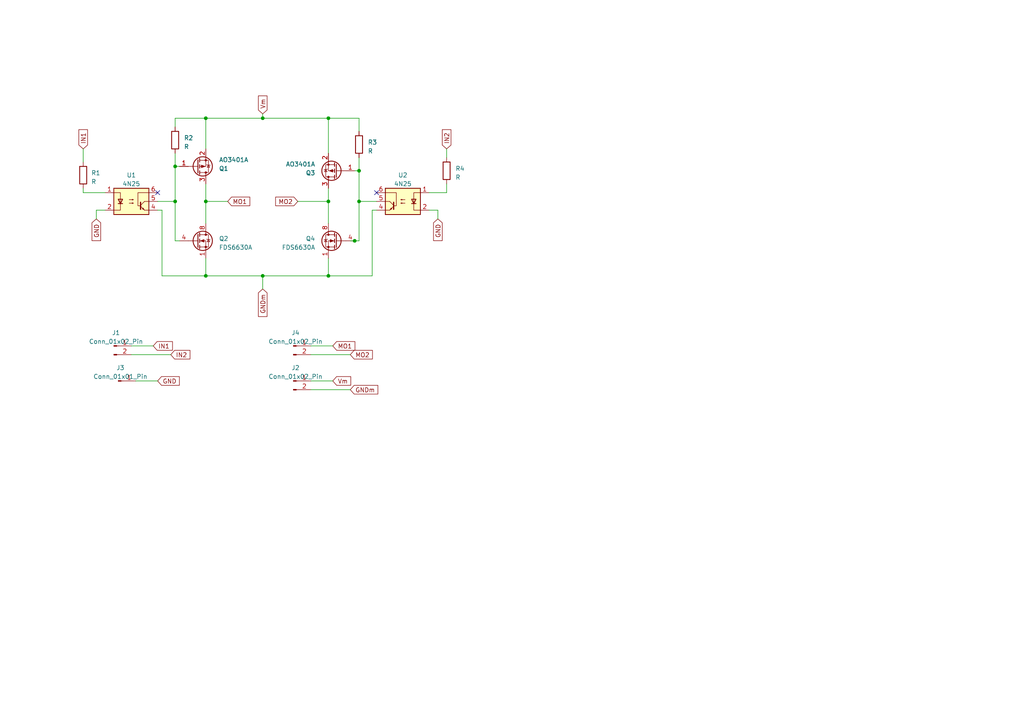
<source format=kicad_sch>
(kicad_sch (version 20230121) (generator eeschema)

  (uuid 78941166-fd89-4480-a364-036e516d72c0)

  (paper "A4")

  (lib_symbols
    (symbol "Connector:Conn_01x01_Pin" (pin_names (offset 1.016) hide) (in_bom yes) (on_board yes)
      (property "Reference" "J" (at 0 2.54 0)
        (effects (font (size 1.27 1.27)))
      )
      (property "Value" "Conn_01x01_Pin" (at 0 -2.54 0)
        (effects (font (size 1.27 1.27)))
      )
      (property "Footprint" "" (at 0 0 0)
        (effects (font (size 1.27 1.27)) hide)
      )
      (property "Datasheet" "~" (at 0 0 0)
        (effects (font (size 1.27 1.27)) hide)
      )
      (property "ki_locked" "" (at 0 0 0)
        (effects (font (size 1.27 1.27)))
      )
      (property "ki_keywords" "connector" (at 0 0 0)
        (effects (font (size 1.27 1.27)) hide)
      )
      (property "ki_description" "Generic connector, single row, 01x01, script generated" (at 0 0 0)
        (effects (font (size 1.27 1.27)) hide)
      )
      (property "ki_fp_filters" "Connector*:*_1x??_*" (at 0 0 0)
        (effects (font (size 1.27 1.27)) hide)
      )
      (symbol "Conn_01x01_Pin_1_1"
        (polyline
          (pts
            (xy 1.27 0)
            (xy 0.8636 0)
          )
          (stroke (width 0.1524) (type default))
          (fill (type none))
        )
        (rectangle (start 0.8636 0.127) (end 0 -0.127)
          (stroke (width 0.1524) (type default))
          (fill (type outline))
        )
        (pin passive line (at 5.08 0 180) (length 3.81)
          (name "Pin_1" (effects (font (size 1.27 1.27))))
          (number "1" (effects (font (size 1.27 1.27))))
        )
      )
    )
    (symbol "Connector:Conn_01x02_Pin" (pin_names (offset 1.016) hide) (in_bom yes) (on_board yes)
      (property "Reference" "J" (at 0 2.54 0)
        (effects (font (size 1.27 1.27)))
      )
      (property "Value" "Conn_01x02_Pin" (at 0 -5.08 0)
        (effects (font (size 1.27 1.27)))
      )
      (property "Footprint" "" (at 0 0 0)
        (effects (font (size 1.27 1.27)) hide)
      )
      (property "Datasheet" "~" (at 0 0 0)
        (effects (font (size 1.27 1.27)) hide)
      )
      (property "ki_locked" "" (at 0 0 0)
        (effects (font (size 1.27 1.27)))
      )
      (property "ki_keywords" "connector" (at 0 0 0)
        (effects (font (size 1.27 1.27)) hide)
      )
      (property "ki_description" "Generic connector, single row, 01x02, script generated" (at 0 0 0)
        (effects (font (size 1.27 1.27)) hide)
      )
      (property "ki_fp_filters" "Connector*:*_1x??_*" (at 0 0 0)
        (effects (font (size 1.27 1.27)) hide)
      )
      (symbol "Conn_01x02_Pin_1_1"
        (polyline
          (pts
            (xy 1.27 -2.54)
            (xy 0.8636 -2.54)
          )
          (stroke (width 0.1524) (type default))
          (fill (type none))
        )
        (polyline
          (pts
            (xy 1.27 0)
            (xy 0.8636 0)
          )
          (stroke (width 0.1524) (type default))
          (fill (type none))
        )
        (rectangle (start 0.8636 -2.413) (end 0 -2.667)
          (stroke (width 0.1524) (type default))
          (fill (type outline))
        )
        (rectangle (start 0.8636 0.127) (end 0 -0.127)
          (stroke (width 0.1524) (type default))
          (fill (type outline))
        )
        (pin passive line (at 5.08 0 180) (length 3.81)
          (name "Pin_1" (effects (font (size 1.27 1.27))))
          (number "1" (effects (font (size 1.27 1.27))))
        )
        (pin passive line (at 5.08 -2.54 180) (length 3.81)
          (name "Pin_2" (effects (font (size 1.27 1.27))))
          (number "2" (effects (font (size 1.27 1.27))))
        )
      )
    )
    (symbol "Device:R" (pin_numbers hide) (pin_names (offset 0)) (in_bom yes) (on_board yes)
      (property "Reference" "R" (at 2.032 0 90)
        (effects (font (size 1.27 1.27)))
      )
      (property "Value" "R" (at 0 0 90)
        (effects (font (size 1.27 1.27)))
      )
      (property "Footprint" "" (at -1.778 0 90)
        (effects (font (size 1.27 1.27)) hide)
      )
      (property "Datasheet" "~" (at 0 0 0)
        (effects (font (size 1.27 1.27)) hide)
      )
      (property "ki_keywords" "R res resistor" (at 0 0 0)
        (effects (font (size 1.27 1.27)) hide)
      )
      (property "ki_description" "Resistor" (at 0 0 0)
        (effects (font (size 1.27 1.27)) hide)
      )
      (property "ki_fp_filters" "R_*" (at 0 0 0)
        (effects (font (size 1.27 1.27)) hide)
      )
      (symbol "R_0_1"
        (rectangle (start -1.016 -2.54) (end 1.016 2.54)
          (stroke (width 0.254) (type default))
          (fill (type none))
        )
      )
      (symbol "R_1_1"
        (pin passive line (at 0 3.81 270) (length 1.27)
          (name "~" (effects (font (size 1.27 1.27))))
          (number "1" (effects (font (size 1.27 1.27))))
        )
        (pin passive line (at 0 -3.81 90) (length 1.27)
          (name "~" (effects (font (size 1.27 1.27))))
          (number "2" (effects (font (size 1.27 1.27))))
        )
      )
    )
    (symbol "Isolator:4N25" (pin_names (offset 1.016)) (in_bom yes) (on_board yes)
      (property "Reference" "U" (at -5.08 5.08 0)
        (effects (font (size 1.27 1.27)) (justify left))
      )
      (property "Value" "4N25" (at 0 5.08 0)
        (effects (font (size 1.27 1.27)) (justify left))
      )
      (property "Footprint" "Package_DIP:DIP-6_W7.62mm" (at -5.08 -5.08 0)
        (effects (font (size 1.27 1.27) italic) (justify left) hide)
      )
      (property "Datasheet" "https://www.vishay.com/docs/83725/4n25.pdf" (at 0 0 0)
        (effects (font (size 1.27 1.27)) (justify left) hide)
      )
      (property "ki_keywords" "NPN DC Optocoupler Base Connected" (at 0 0 0)
        (effects (font (size 1.27 1.27)) hide)
      )
      (property "ki_description" "DC Optocoupler Base Connected, Vce 30V, CTR 20%, Viso 2500V, DIP6" (at 0 0 0)
        (effects (font (size 1.27 1.27)) hide)
      )
      (property "ki_fp_filters" "DIP*W7.62mm*" (at 0 0 0)
        (effects (font (size 1.27 1.27)) hide)
      )
      (symbol "4N25_0_1"
        (rectangle (start -5.08 3.81) (end 5.08 -3.81)
          (stroke (width 0.254) (type default))
          (fill (type background))
        )
        (polyline
          (pts
            (xy -3.81 -0.635)
            (xy -2.54 -0.635)
          )
          (stroke (width 0.254) (type default))
          (fill (type none))
        )
        (polyline
          (pts
            (xy 2.667 -1.397)
            (xy 3.81 -2.54)
          )
          (stroke (width 0) (type default))
          (fill (type none))
        )
        (polyline
          (pts
            (xy 2.667 -1.143)
            (xy 3.81 0)
          )
          (stroke (width 0) (type default))
          (fill (type none))
        )
        (polyline
          (pts
            (xy 3.81 -2.54)
            (xy 5.08 -2.54)
          )
          (stroke (width 0) (type default))
          (fill (type none))
        )
        (polyline
          (pts
            (xy 3.81 0)
            (xy 5.08 0)
          )
          (stroke (width 0) (type default))
          (fill (type none))
        )
        (polyline
          (pts
            (xy 2.667 -0.254)
            (xy 2.667 -2.286)
            (xy 2.667 -2.286)
          )
          (stroke (width 0.3556) (type default))
          (fill (type none))
        )
        (polyline
          (pts
            (xy -5.08 -2.54)
            (xy -3.175 -2.54)
            (xy -3.175 2.54)
            (xy -5.08 2.54)
          )
          (stroke (width 0) (type default))
          (fill (type none))
        )
        (polyline
          (pts
            (xy -3.175 -0.635)
            (xy -3.81 0.635)
            (xy -2.54 0.635)
            (xy -3.175 -0.635)
          )
          (stroke (width 0.254) (type default))
          (fill (type none))
        )
        (polyline
          (pts
            (xy 3.683 -2.413)
            (xy 3.429 -1.905)
            (xy 3.175 -2.159)
            (xy 3.683 -2.413)
          )
          (stroke (width 0) (type default))
          (fill (type none))
        )
        (polyline
          (pts
            (xy 5.08 2.54)
            (xy 1.905 2.54)
            (xy 1.905 -1.27)
            (xy 2.54 -1.27)
          )
          (stroke (width 0) (type default))
          (fill (type none))
        )
        (polyline
          (pts
            (xy -0.635 -0.508)
            (xy 0.635 -0.508)
            (xy 0.254 -0.635)
            (xy 0.254 -0.381)
            (xy 0.635 -0.508)
          )
          (stroke (width 0) (type default))
          (fill (type none))
        )
        (polyline
          (pts
            (xy -0.635 0.508)
            (xy 0.635 0.508)
            (xy 0.254 0.381)
            (xy 0.254 0.635)
            (xy 0.635 0.508)
          )
          (stroke (width 0) (type default))
          (fill (type none))
        )
      )
      (symbol "4N25_1_1"
        (pin passive line (at -7.62 2.54 0) (length 2.54)
          (name "~" (effects (font (size 1.27 1.27))))
          (number "1" (effects (font (size 1.27 1.27))))
        )
        (pin passive line (at -7.62 -2.54 0) (length 2.54)
          (name "~" (effects (font (size 1.27 1.27))))
          (number "2" (effects (font (size 1.27 1.27))))
        )
        (pin no_connect line (at -5.08 0 0) (length 2.54) hide
          (name "NC" (effects (font (size 1.27 1.27))))
          (number "3" (effects (font (size 1.27 1.27))))
        )
        (pin passive line (at 7.62 -2.54 180) (length 2.54)
          (name "~" (effects (font (size 1.27 1.27))))
          (number "4" (effects (font (size 1.27 1.27))))
        )
        (pin passive line (at 7.62 0 180) (length 2.54)
          (name "~" (effects (font (size 1.27 1.27))))
          (number "5" (effects (font (size 1.27 1.27))))
        )
        (pin passive line (at 7.62 2.54 180) (length 2.54)
          (name "~" (effects (font (size 1.27 1.27))))
          (number "6" (effects (font (size 1.27 1.27))))
        )
      )
    )
    (symbol "Transistor_FET:AO3401A" (pin_names hide) (in_bom yes) (on_board yes)
      (property "Reference" "Q" (at 5.08 1.905 0)
        (effects (font (size 1.27 1.27)) (justify left))
      )
      (property "Value" "AO3401A" (at 5.08 0 0)
        (effects (font (size 1.27 1.27)) (justify left))
      )
      (property "Footprint" "Package_TO_SOT_SMD:SOT-23" (at 5.08 -1.905 0)
        (effects (font (size 1.27 1.27) italic) (justify left) hide)
      )
      (property "Datasheet" "http://www.aosmd.com/pdfs/datasheet/AO3401A.pdf" (at 0 0 0)
        (effects (font (size 1.27 1.27)) (justify left) hide)
      )
      (property "ki_keywords" "P-Channel MOSFET" (at 0 0 0)
        (effects (font (size 1.27 1.27)) hide)
      )
      (property "ki_description" "-4.0A Id, -30V Vds, P-Channel MOSFET, SOT-23" (at 0 0 0)
        (effects (font (size 1.27 1.27)) hide)
      )
      (property "ki_fp_filters" "SOT?23*" (at 0 0 0)
        (effects (font (size 1.27 1.27)) hide)
      )
      (symbol "AO3401A_0_1"
        (polyline
          (pts
            (xy 0.254 0)
            (xy -2.54 0)
          )
          (stroke (width 0) (type default))
          (fill (type none))
        )
        (polyline
          (pts
            (xy 0.254 1.905)
            (xy 0.254 -1.905)
          )
          (stroke (width 0.254) (type default))
          (fill (type none))
        )
        (polyline
          (pts
            (xy 0.762 -1.27)
            (xy 0.762 -2.286)
          )
          (stroke (width 0.254) (type default))
          (fill (type none))
        )
        (polyline
          (pts
            (xy 0.762 0.508)
            (xy 0.762 -0.508)
          )
          (stroke (width 0.254) (type default))
          (fill (type none))
        )
        (polyline
          (pts
            (xy 0.762 2.286)
            (xy 0.762 1.27)
          )
          (stroke (width 0.254) (type default))
          (fill (type none))
        )
        (polyline
          (pts
            (xy 2.54 2.54)
            (xy 2.54 1.778)
          )
          (stroke (width 0) (type default))
          (fill (type none))
        )
        (polyline
          (pts
            (xy 2.54 -2.54)
            (xy 2.54 0)
            (xy 0.762 0)
          )
          (stroke (width 0) (type default))
          (fill (type none))
        )
        (polyline
          (pts
            (xy 0.762 1.778)
            (xy 3.302 1.778)
            (xy 3.302 -1.778)
            (xy 0.762 -1.778)
          )
          (stroke (width 0) (type default))
          (fill (type none))
        )
        (polyline
          (pts
            (xy 2.286 0)
            (xy 1.27 0.381)
            (xy 1.27 -0.381)
            (xy 2.286 0)
          )
          (stroke (width 0) (type default))
          (fill (type outline))
        )
        (polyline
          (pts
            (xy 2.794 -0.508)
            (xy 2.921 -0.381)
            (xy 3.683 -0.381)
            (xy 3.81 -0.254)
          )
          (stroke (width 0) (type default))
          (fill (type none))
        )
        (polyline
          (pts
            (xy 3.302 -0.381)
            (xy 2.921 0.254)
            (xy 3.683 0.254)
            (xy 3.302 -0.381)
          )
          (stroke (width 0) (type default))
          (fill (type none))
        )
        (circle (center 1.651 0) (radius 2.794)
          (stroke (width 0.254) (type default))
          (fill (type none))
        )
        (circle (center 2.54 -1.778) (radius 0.254)
          (stroke (width 0) (type default))
          (fill (type outline))
        )
        (circle (center 2.54 1.778) (radius 0.254)
          (stroke (width 0) (type default))
          (fill (type outline))
        )
      )
      (symbol "AO3401A_1_1"
        (pin input line (at -5.08 0 0) (length 2.54)
          (name "G" (effects (font (size 1.27 1.27))))
          (number "1" (effects (font (size 1.27 1.27))))
        )
        (pin passive line (at 2.54 -5.08 90) (length 2.54)
          (name "S" (effects (font (size 1.27 1.27))))
          (number "2" (effects (font (size 1.27 1.27))))
        )
        (pin passive line (at 2.54 5.08 270) (length 2.54)
          (name "D" (effects (font (size 1.27 1.27))))
          (number "3" (effects (font (size 1.27 1.27))))
        )
      )
    )
    (symbol "Transistor_FET:FDS6630A" (pin_names hide) (in_bom yes) (on_board yes)
      (property "Reference" "Q" (at 5.08 2.54 0)
        (effects (font (size 1.27 1.27)) (justify left))
      )
      (property "Value" "FDS6630A" (at 5.08 0 0)
        (effects (font (size 1.27 1.27)) (justify left))
      )
      (property "Footprint" "Package_SO:SOIC-8_3.9x4.9mm_P1.27mm" (at 5.08 -2.54 0)
        (effects (font (size 1.27 1.27)) (justify left) hide)
      )
      (property "Datasheet" "http://www.onsemi.com/pub/Collateral/FDS6630A-D.pdf" (at 0 0 0)
        (effects (font (size 1.27 1.27)) (justify left) hide)
      )
      (property "ki_keywords" "N-Channel MOSFET" (at 0 0 0)
        (effects (font (size 1.27 1.27)) hide)
      )
      (property "ki_description" "6.5A Id, 30V Vds, N-Channel MOSFET, 38mOhm Ron, SOIC-8" (at 0 0 0)
        (effects (font (size 1.27 1.27)) hide)
      )
      (property "ki_fp_filters" "SOIC*3.9x4.9mm*P1.27mm*" (at 0 0 0)
        (effects (font (size 1.27 1.27)) hide)
      )
      (symbol "FDS6630A_0_1"
        (polyline
          (pts
            (xy 0.254 0)
            (xy -2.54 0)
          )
          (stroke (width 0) (type default))
          (fill (type none))
        )
        (polyline
          (pts
            (xy 0.254 1.905)
            (xy 0.254 -1.905)
          )
          (stroke (width 0.254) (type default))
          (fill (type none))
        )
        (polyline
          (pts
            (xy 0.762 -1.27)
            (xy 0.762 -2.286)
          )
          (stroke (width 0.254) (type default))
          (fill (type none))
        )
        (polyline
          (pts
            (xy 0.762 0.508)
            (xy 0.762 -0.508)
          )
          (stroke (width 0.254) (type default))
          (fill (type none))
        )
        (polyline
          (pts
            (xy 0.762 2.286)
            (xy 0.762 1.27)
          )
          (stroke (width 0.254) (type default))
          (fill (type none))
        )
        (polyline
          (pts
            (xy 2.54 2.54)
            (xy 2.54 1.778)
          )
          (stroke (width 0) (type default))
          (fill (type none))
        )
        (polyline
          (pts
            (xy 2.54 -2.54)
            (xy 2.54 0)
            (xy 0.762 0)
          )
          (stroke (width 0) (type default))
          (fill (type none))
        )
        (polyline
          (pts
            (xy 0.762 -1.778)
            (xy 3.302 -1.778)
            (xy 3.302 1.778)
            (xy 0.762 1.778)
          )
          (stroke (width 0) (type default))
          (fill (type none))
        )
        (polyline
          (pts
            (xy 1.016 0)
            (xy 2.032 0.381)
            (xy 2.032 -0.381)
            (xy 1.016 0)
          )
          (stroke (width 0) (type default))
          (fill (type outline))
        )
        (polyline
          (pts
            (xy 2.794 0.508)
            (xy 2.921 0.381)
            (xy 3.683 0.381)
            (xy 3.81 0.254)
          )
          (stroke (width 0) (type default))
          (fill (type none))
        )
        (polyline
          (pts
            (xy 3.302 0.381)
            (xy 2.921 -0.254)
            (xy 3.683 -0.254)
            (xy 3.302 0.381)
          )
          (stroke (width 0) (type default))
          (fill (type none))
        )
        (circle (center 1.651 0) (radius 2.794)
          (stroke (width 0.254) (type default))
          (fill (type none))
        )
        (circle (center 2.54 -1.778) (radius 0.254)
          (stroke (width 0) (type default))
          (fill (type outline))
        )
        (circle (center 2.54 1.778) (radius 0.254)
          (stroke (width 0) (type default))
          (fill (type outline))
        )
      )
      (symbol "FDS6630A_1_1"
        (pin passive line (at 2.54 -5.08 90) (length 2.54)
          (name "S" (effects (font (size 1.27 1.27))))
          (number "1" (effects (font (size 1.27 1.27))))
        )
        (pin passive line (at 2.54 -5.08 90) (length 2.54) hide
          (name "S" (effects (font (size 1.27 1.27))))
          (number "2" (effects (font (size 1.27 1.27))))
        )
        (pin passive line (at 2.54 -5.08 90) (length 2.54) hide
          (name "S" (effects (font (size 1.27 1.27))))
          (number "3" (effects (font (size 1.27 1.27))))
        )
        (pin input line (at -5.08 0 0) (length 2.54)
          (name "G" (effects (font (size 1.27 1.27))))
          (number "4" (effects (font (size 1.27 1.27))))
        )
        (pin passive line (at 2.54 5.08 270) (length 2.54) hide
          (name "D" (effects (font (size 1.27 1.27))))
          (number "5" (effects (font (size 1.27 1.27))))
        )
        (pin passive line (at 2.54 5.08 270) (length 2.54) hide
          (name "D" (effects (font (size 1.27 1.27))))
          (number "6" (effects (font (size 1.27 1.27))))
        )
        (pin passive line (at 2.54 5.08 270) (length 2.54) hide
          (name "D" (effects (font (size 1.27 1.27))))
          (number "7" (effects (font (size 1.27 1.27))))
        )
        (pin passive line (at 2.54 5.08 270) (length 2.54)
          (name "D" (effects (font (size 1.27 1.27))))
          (number "8" (effects (font (size 1.27 1.27))))
        )
      )
    )
  )

  (junction (at 104.14 49.53) (diameter 0) (color 0 0 0 0)
    (uuid 1d362bdc-cbbf-4808-803a-415941bd1e0b)
  )
  (junction (at 76.2 34.29) (diameter 0) (color 0 0 0 0)
    (uuid 1f28975c-dc6c-47a4-ba5a-e3df6b700c22)
  )
  (junction (at 59.69 58.42) (diameter 0) (color 0 0 0 0)
    (uuid 309aaa04-8032-441b-a22e-46271a559087)
  )
  (junction (at 95.25 34.29) (diameter 0) (color 0 0 0 0)
    (uuid 407a8fa4-4abb-4092-a14f-3ac899338427)
  )
  (junction (at 59.69 34.29) (diameter 0) (color 0 0 0 0)
    (uuid 4c0b35a2-245d-4f31-80cf-1ab3827426c7)
  )
  (junction (at 95.25 80.01) (diameter 0) (color 0 0 0 0)
    (uuid 559c2705-3b8e-4666-83b8-0b804cd7bfd1)
  )
  (junction (at 59.69 80.01) (diameter 0) (color 0 0 0 0)
    (uuid 5bb9db58-c79a-4ed0-a17a-338438321892)
  )
  (junction (at 104.14 58.42) (diameter 0) (color 0 0 0 0)
    (uuid 6abcd6e3-6e3b-4cf4-8a3b-401b697f7844)
  )
  (junction (at 95.25 58.42) (diameter 0) (color 0 0 0 0)
    (uuid 9f1b296a-ff3f-4976-8f39-a134f80ee3b3)
  )
  (junction (at 102.87 69.85) (diameter 0) (color 0 0 0 0)
    (uuid acf6d18a-83bd-4d4a-8caf-846dfc7b4f33)
  )
  (junction (at 50.8 48.26) (diameter 0) (color 0 0 0 0)
    (uuid e99d0369-4401-4661-8925-112b8445b7f6)
  )
  (junction (at 76.2 80.01) (diameter 0) (color 0 0 0 0)
    (uuid ea665f65-f956-45b4-bd4f-b2e4146615f0)
  )
  (junction (at 50.8 58.42) (diameter 0) (color 0 0 0 0)
    (uuid fb13767f-cde3-4a26-97c4-5e604d08c8d6)
  )

  (no_connect (at 45.72 55.88) (uuid 27a157ed-3020-4884-84d2-17c5619f3a72))
  (no_connect (at 109.22 55.88) (uuid a97b6568-c97b-4bb2-8919-df8cb2bc01c1))

  (wire (pts (xy 59.69 58.42) (xy 66.04 58.42))
    (stroke (width 0) (type default))
    (uuid 00ba91de-47ac-439e-9395-31adf181185a)
  )
  (wire (pts (xy 95.25 34.29) (xy 95.25 44.45))
    (stroke (width 0) (type default))
    (uuid 0a9fa9eb-10bf-448a-b913-8b9a1a392ce9)
  )
  (wire (pts (xy 76.2 34.29) (xy 95.25 34.29))
    (stroke (width 0) (type default))
    (uuid 0ab0f22b-b1b2-445b-b141-8d244ebfcfd5)
  )
  (wire (pts (xy 52.07 69.85) (xy 50.8 69.85))
    (stroke (width 0) (type default))
    (uuid 0c5216d3-ceae-481a-aa32-b07606086f09)
  )
  (wire (pts (xy 104.14 38.1) (xy 104.14 34.29))
    (stroke (width 0) (type default))
    (uuid 0ffea993-9f9c-49bd-86c1-332be1c72370)
  )
  (wire (pts (xy 107.95 60.96) (xy 107.95 80.01))
    (stroke (width 0) (type default))
    (uuid 139d24a3-fe26-47cc-aa2d-2d4a8e03b754)
  )
  (wire (pts (xy 46.99 60.96) (xy 46.99 80.01))
    (stroke (width 0) (type default))
    (uuid 1d31ec5d-70c0-42bb-bd11-c9d06167725d)
  )
  (wire (pts (xy 101.6 69.85) (xy 102.87 69.85))
    (stroke (width 0) (type default))
    (uuid 23661eb7-b154-4b77-aaa4-9b1a650a2372)
  )
  (wire (pts (xy 129.54 53.34) (xy 129.54 55.88))
    (stroke (width 0) (type default))
    (uuid 26bc684c-1076-49ce-982e-d88dde438662)
  )
  (wire (pts (xy 50.8 36.83) (xy 50.8 34.29))
    (stroke (width 0) (type default))
    (uuid 2a8e4884-aa3f-41c1-96a7-7b4cbfe35cc6)
  )
  (wire (pts (xy 50.8 44.45) (xy 50.8 48.26))
    (stroke (width 0) (type default))
    (uuid 312c127d-15c8-4b62-8ba0-117b067147fc)
  )
  (wire (pts (xy 109.22 60.96) (xy 107.95 60.96))
    (stroke (width 0) (type default))
    (uuid 3813c0c8-37ad-4340-ae76-156b657dbee9)
  )
  (wire (pts (xy 95.25 34.29) (xy 104.14 34.29))
    (stroke (width 0) (type default))
    (uuid 3935d740-e665-4b45-b4f0-b43a0f1e1ad7)
  )
  (wire (pts (xy 59.69 80.01) (xy 76.2 80.01))
    (stroke (width 0) (type default))
    (uuid 39e276cd-15a8-4320-9983-fcde0c375a5f)
  )
  (wire (pts (xy 38.1 102.87) (xy 49.53 102.87))
    (stroke (width 0) (type default))
    (uuid 3afa806a-17a0-471d-b662-dd28fe843a26)
  )
  (wire (pts (xy 129.54 55.88) (xy 124.46 55.88))
    (stroke (width 0) (type default))
    (uuid 42d45b3e-4ca9-440d-bc13-d2eb591cc95b)
  )
  (wire (pts (xy 27.94 60.96) (xy 30.48 60.96))
    (stroke (width 0) (type default))
    (uuid 44e3f1d0-3093-4d04-a399-dd80f6459891)
  )
  (wire (pts (xy 104.14 49.53) (xy 104.14 58.42))
    (stroke (width 0) (type default))
    (uuid 4e1a7d6c-e2cc-46a1-837e-ed323bd8a7dd)
  )
  (wire (pts (xy 104.14 69.85) (xy 104.14 58.42))
    (stroke (width 0) (type default))
    (uuid 52057c20-53d1-4f0f-8a31-444abee62344)
  )
  (wire (pts (xy 95.25 80.01) (xy 76.2 80.01))
    (stroke (width 0) (type default))
    (uuid 540784e3-be35-4b4b-9acd-e58f13dd0eb1)
  )
  (wire (pts (xy 95.25 74.93) (xy 95.25 80.01))
    (stroke (width 0) (type default))
    (uuid 56f15ecd-afa5-4caa-96ca-578417422f14)
  )
  (wire (pts (xy 59.69 58.42) (xy 59.69 64.77))
    (stroke (width 0) (type default))
    (uuid 590d9a3d-7051-45da-a4ac-1c945c9f9ee6)
  )
  (wire (pts (xy 46.99 80.01) (xy 59.69 80.01))
    (stroke (width 0) (type default))
    (uuid 5bdc4d72-f536-484b-a367-b5a99b666682)
  )
  (wire (pts (xy 129.54 43.18) (xy 129.54 45.72))
    (stroke (width 0) (type default))
    (uuid 602896b7-6b8a-4a5a-abd1-6946086e0977)
  )
  (wire (pts (xy 50.8 34.29) (xy 59.69 34.29))
    (stroke (width 0) (type default))
    (uuid 64598dae-5f20-46c4-bba8-c01ac0a93999)
  )
  (wire (pts (xy 90.17 100.33) (xy 96.52 100.33))
    (stroke (width 0) (type default))
    (uuid 64f44273-19e1-4cd4-902f-c6f8a8446da3)
  )
  (wire (pts (xy 59.69 34.29) (xy 59.69 43.18))
    (stroke (width 0) (type default))
    (uuid 6796d7a6-ecc9-4717-ad23-0ede401e1fbe)
  )
  (wire (pts (xy 86.36 58.42) (xy 95.25 58.42))
    (stroke (width 0) (type default))
    (uuid 68ef12aa-6c1a-4873-8976-72b4afaaaaa9)
  )
  (wire (pts (xy 95.25 54.61) (xy 95.25 58.42))
    (stroke (width 0) (type default))
    (uuid 745864ec-53bf-449c-85e7-5e5e795a78c3)
  )
  (wire (pts (xy 50.8 48.26) (xy 52.07 48.26))
    (stroke (width 0) (type default))
    (uuid 74bfd571-21d2-49aa-a2ea-c3753a4a4288)
  )
  (wire (pts (xy 45.72 58.42) (xy 50.8 58.42))
    (stroke (width 0) (type default))
    (uuid 7701c59b-0264-4a75-af5c-eddd78bf1046)
  )
  (wire (pts (xy 95.25 58.42) (xy 95.25 64.77))
    (stroke (width 0) (type default))
    (uuid 792f77d1-4ba2-4dd1-8405-c05635e82f4c)
  )
  (wire (pts (xy 76.2 34.29) (xy 59.69 34.29))
    (stroke (width 0) (type default))
    (uuid 7f1b8bdc-66d1-4042-bc97-fd31030c34c4)
  )
  (wire (pts (xy 76.2 80.01) (xy 76.2 83.82))
    (stroke (width 0) (type default))
    (uuid 812b6cd7-fe41-49ce-890f-ff10f23265ae)
  )
  (wire (pts (xy 76.2 33.02) (xy 76.2 34.29))
    (stroke (width 0) (type default))
    (uuid 8f63a84a-f6d5-41e2-b308-ce69f4ccedbe)
  )
  (wire (pts (xy 107.95 80.01) (xy 95.25 80.01))
    (stroke (width 0) (type default))
    (uuid 92ff56f2-c721-4e57-b7eb-838aeba68ebb)
  )
  (wire (pts (xy 127 60.96) (xy 127 63.5))
    (stroke (width 0) (type default))
    (uuid 99e3f742-a412-4663-b62c-e883d6fd6668)
  )
  (wire (pts (xy 45.72 60.96) (xy 46.99 60.96))
    (stroke (width 0) (type default))
    (uuid 9d4567b5-9550-4749-8bc0-d71e3317dd7c)
  )
  (wire (pts (xy 27.94 63.5) (xy 27.94 60.96))
    (stroke (width 0) (type default))
    (uuid a21654f2-2273-4680-8863-a5274e601675)
  )
  (wire (pts (xy 104.14 58.42) (xy 109.22 58.42))
    (stroke (width 0) (type default))
    (uuid a9124138-a096-4993-ac78-19c0ea8da9f2)
  )
  (wire (pts (xy 90.17 102.87) (xy 101.6 102.87))
    (stroke (width 0) (type default))
    (uuid b15fb20f-c36e-4fa9-9864-94f265cd0940)
  )
  (wire (pts (xy 24.13 55.88) (xy 30.48 55.88))
    (stroke (width 0) (type default))
    (uuid b230d610-0498-44da-bc4d-656483e4a3f1)
  )
  (wire (pts (xy 24.13 43.18) (xy 24.13 46.99))
    (stroke (width 0) (type default))
    (uuid b8117678-00a0-4bd5-87dd-8222a18fdf25)
  )
  (wire (pts (xy 102.87 49.53) (xy 104.14 49.53))
    (stroke (width 0) (type default))
    (uuid c8a871cc-05cc-4cb2-a9f0-52930b592172)
  )
  (wire (pts (xy 90.17 110.49) (xy 96.52 110.49))
    (stroke (width 0) (type default))
    (uuid d3861cd2-8683-4cc7-85c2-f7aa12680047)
  )
  (wire (pts (xy 59.69 74.93) (xy 59.69 80.01))
    (stroke (width 0) (type default))
    (uuid d61cdb13-e9fb-4d5b-9007-36227f69d67b)
  )
  (wire (pts (xy 50.8 58.42) (xy 50.8 69.85))
    (stroke (width 0) (type default))
    (uuid db4e69c8-39c7-45b1-b858-a0881ec006ef)
  )
  (wire (pts (xy 38.1 100.33) (xy 44.45 100.33))
    (stroke (width 0) (type default))
    (uuid db9a5557-3a95-4aad-b1c0-6866ec5be133)
  )
  (wire (pts (xy 50.8 48.26) (xy 50.8 58.42))
    (stroke (width 0) (type default))
    (uuid dbba91a4-7ac5-42ee-a69a-4d45b1bdd190)
  )
  (wire (pts (xy 39.37 110.49) (xy 45.72 110.49))
    (stroke (width 0) (type default))
    (uuid e55fc1b9-9367-4bd9-8ced-22c6775f2311)
  )
  (wire (pts (xy 24.13 54.61) (xy 24.13 55.88))
    (stroke (width 0) (type default))
    (uuid e8c6779e-4a32-4864-8c24-2fc4f21373b9)
  )
  (wire (pts (xy 124.46 60.96) (xy 127 60.96))
    (stroke (width 0) (type default))
    (uuid e92758bc-f39b-4743-9928-d18150a815a4)
  )
  (wire (pts (xy 90.17 113.03) (xy 101.6 113.03))
    (stroke (width 0) (type default))
    (uuid ecd513f2-7651-4066-804f-a66ec5bda775)
  )
  (wire (pts (xy 102.87 69.85) (xy 104.14 69.85))
    (stroke (width 0) (type default))
    (uuid f54dc4f3-431f-4378-9732-fc4aed1a0400)
  )
  (wire (pts (xy 104.14 49.53) (xy 104.14 45.72))
    (stroke (width 0) (type default))
    (uuid fad259ce-193c-473b-8def-42fc59bac55e)
  )
  (wire (pts (xy 59.69 53.34) (xy 59.69 58.42))
    (stroke (width 0) (type default))
    (uuid fe7fd893-20ee-4e0d-ac0d-88d67f583d56)
  )

  (global_label "MO1" (shape input) (at 66.04 58.42 0) (fields_autoplaced)
    (effects (font (size 1.27 1.27)) (justify left))
    (uuid 04c731b1-d9cf-4284-ba9b-f23c6308c769)
    (property "Intersheetrefs" "${INTERSHEET_REFS}" (at 72.9372 58.42 0)
      (effects (font (size 1.27 1.27)) (justify left) hide)
    )
  )
  (global_label "Vm" (shape input) (at 76.2 33.02 90) (fields_autoplaced)
    (effects (font (size 1.27 1.27)) (justify left))
    (uuid 0b9a8e85-cebb-4585-9ca2-386db69f2f6b)
    (property "Intersheetrefs" "${INTERSHEET_REFS}" (at 76.2 27.3323 90)
      (effects (font (size 1.27 1.27)) (justify left) hide)
    )
  )
  (global_label "MO1" (shape input) (at 96.52 100.33 0) (fields_autoplaced)
    (effects (font (size 1.27 1.27)) (justify left))
    (uuid 3762ce71-9915-4768-88a0-8f52d0db14c9)
    (property "Intersheetrefs" "${INTERSHEET_REFS}" (at 103.4172 100.33 0)
      (effects (font (size 1.27 1.27)) (justify left) hide)
    )
  )
  (global_label "GND" (shape input) (at 45.72 110.49 0) (fields_autoplaced)
    (effects (font (size 1.27 1.27)) (justify left))
    (uuid 48a91f93-b6b5-4129-8398-e8d609c724b3)
    (property "Intersheetrefs" "${INTERSHEET_REFS}" (at 52.4963 110.49 0)
      (effects (font (size 1.27 1.27)) (justify left) hide)
    )
  )
  (global_label "GND" (shape input) (at 27.94 63.5 270) (fields_autoplaced)
    (effects (font (size 1.27 1.27)) (justify right))
    (uuid 4c08c94b-db0a-4bcf-add8-29768a9bcecb)
    (property "Intersheetrefs" "${INTERSHEET_REFS}" (at 27.94 70.2763 90)
      (effects (font (size 1.27 1.27)) (justify right) hide)
    )
  )
  (global_label "MO2" (shape input) (at 86.36 58.42 180) (fields_autoplaced)
    (effects (font (size 1.27 1.27)) (justify right))
    (uuid 4c603ebb-f6a1-4051-b5be-85adbec72527)
    (property "Intersheetrefs" "${INTERSHEET_REFS}" (at 79.4628 58.42 0)
      (effects (font (size 1.27 1.27)) (justify right) hide)
    )
  )
  (global_label "Vm" (shape input) (at 96.52 110.49 0) (fields_autoplaced)
    (effects (font (size 1.27 1.27)) (justify left))
    (uuid 512c0bc2-8967-4da3-b15e-5af0b6220069)
    (property "Intersheetrefs" "${INTERSHEET_REFS}" (at 102.2077 110.49 0)
      (effects (font (size 1.27 1.27)) (justify left) hide)
    )
  )
  (global_label "IN1" (shape input) (at 24.13 43.18 90) (fields_autoplaced)
    (effects (font (size 1.27 1.27)) (justify left))
    (uuid 91727cfd-84b9-4572-8ab6-fdc4b26e5a0d)
    (property "Intersheetrefs" "${INTERSHEET_REFS}" (at 24.13 37.1294 90)
      (effects (font (size 1.27 1.27)) (justify left) hide)
    )
  )
  (global_label "GNDm" (shape input) (at 101.6 113.03 0) (fields_autoplaced)
    (effects (font (size 1.27 1.27)) (justify left))
    (uuid a3ad3eac-793f-466d-93fa-f5399a45cbb8)
    (property "Intersheetrefs" "${INTERSHEET_REFS}" (at 110.0696 113.03 0)
      (effects (font (size 1.27 1.27)) (justify left) hide)
    )
  )
  (global_label "GND" (shape input) (at 127 63.5 270) (fields_autoplaced)
    (effects (font (size 1.27 1.27)) (justify right))
    (uuid afe3ef8b-564d-4fc2-b25c-c3cce772cf93)
    (property "Intersheetrefs" "${INTERSHEET_REFS}" (at 127 70.2763 90)
      (effects (font (size 1.27 1.27)) (justify right) hide)
    )
  )
  (global_label "MO2" (shape input) (at 101.6 102.87 0) (fields_autoplaced)
    (effects (font (size 1.27 1.27)) (justify left))
    (uuid c3c5915e-f3f7-493b-92a3-e2bd6d153a98)
    (property "Intersheetrefs" "${INTERSHEET_REFS}" (at 108.4972 102.87 0)
      (effects (font (size 1.27 1.27)) (justify left) hide)
    )
  )
  (global_label "IN1" (shape input) (at 44.45 100.33 0) (fields_autoplaced)
    (effects (font (size 1.27 1.27)) (justify left))
    (uuid c80bbd38-ed01-416d-a011-445f4d454ff4)
    (property "Intersheetrefs" "${INTERSHEET_REFS}" (at 50.5006 100.33 0)
      (effects (font (size 1.27 1.27)) (justify left) hide)
    )
  )
  (global_label "IN2" (shape input) (at 129.54 43.18 90) (fields_autoplaced)
    (effects (font (size 1.27 1.27)) (justify left))
    (uuid cb84aa34-aa8f-4660-9179-8a2d435b0cfa)
    (property "Intersheetrefs" "${INTERSHEET_REFS}" (at 129.54 37.1294 90)
      (effects (font (size 1.27 1.27)) (justify left) hide)
    )
  )
  (global_label "GNDm" (shape input) (at 76.2 83.82 270) (fields_autoplaced)
    (effects (font (size 1.27 1.27)) (justify right))
    (uuid e1c16fa5-38f3-4424-b5f4-dd929059f9b3)
    (property "Intersheetrefs" "${INTERSHEET_REFS}" (at 76.2 92.2896 90)
      (effects (font (size 1.27 1.27)) (justify right) hide)
    )
  )
  (global_label "IN2" (shape input) (at 49.53 102.87 0) (fields_autoplaced)
    (effects (font (size 1.27 1.27)) (justify left))
    (uuid f68e4d5a-3404-48b7-b44d-e88128a25750)
    (property "Intersheetrefs" "${INTERSHEET_REFS}" (at 55.5806 102.87 0)
      (effects (font (size 1.27 1.27)) (justify left) hide)
    )
  )

  (symbol (lib_id "Connector:Conn_01x02_Pin") (at 33.02 100.33 0) (unit 1)
    (in_bom yes) (on_board yes) (dnp no) (fields_autoplaced)
    (uuid 08bbc3fd-ea15-4dd9-b6ff-34228b7e5a8b)
    (property "Reference" "J1" (at 33.655 96.52 0)
      (effects (font (size 1.27 1.27)))
    )
    (property "Value" "Conn_01x02_Pin" (at 33.655 99.06 0)
      (effects (font (size 1.27 1.27)))
    )
    (property "Footprint" "Connector_PinHeader_2.54mm:PinHeader_1x02_P2.54mm_Vertical" (at 33.02 100.33 0)
      (effects (font (size 1.27 1.27)) hide)
    )
    (property "Datasheet" "~" (at 33.02 100.33 0)
      (effects (font (size 1.27 1.27)) hide)
    )
    (pin "1" (uuid a314cf5e-ec23-4f5f-b24c-b69c93b6f428))
    (pin "2" (uuid 55a85c0b-25ba-4885-b208-eb39711499b1))
    (instances
      (project "ESP32_H_Bridge"
        (path "/78941166-fd89-4480-a364-036e516d72c0"
          (reference "J1") (unit 1)
        )
      )
    )
  )

  (symbol (lib_id "Connector:Conn_01x02_Pin") (at 85.09 100.33 0) (unit 1)
    (in_bom yes) (on_board yes) (dnp no) (fields_autoplaced)
    (uuid 30ad4026-f482-450b-9956-83a8a3ca03c2)
    (property "Reference" "J4" (at 85.725 96.52 0)
      (effects (font (size 1.27 1.27)))
    )
    (property "Value" "Conn_01x02_Pin" (at 85.725 99.06 0)
      (effects (font (size 1.27 1.27)))
    )
    (property "Footprint" "Connector_PinHeader_2.54mm:PinHeader_1x02_P2.54mm_Vertical" (at 85.09 100.33 0)
      (effects (font (size 1.27 1.27)) hide)
    )
    (property "Datasheet" "~" (at 85.09 100.33 0)
      (effects (font (size 1.27 1.27)) hide)
    )
    (pin "1" (uuid 3b470201-5d77-4370-a504-2a2f558ded69))
    (pin "2" (uuid bb5fab1b-b00e-41c7-9e24-2914ec2dfdd7))
    (instances
      (project "ESP32_H_Bridge"
        (path "/78941166-fd89-4480-a364-036e516d72c0"
          (reference "J4") (unit 1)
        )
      )
    )
  )

  (symbol (lib_id "Transistor_FET:FDS6630A") (at 97.79 69.85 0) (mirror y) (unit 1)
    (in_bom yes) (on_board yes) (dnp no) (fields_autoplaced)
    (uuid 31308372-0eb9-45e5-b773-6a493ce5ac23)
    (property "Reference" "Q4" (at 91.44 69.215 0)
      (effects (font (size 1.27 1.27)) (justify left))
    )
    (property "Value" "FDS6630A" (at 91.44 71.755 0)
      (effects (font (size 1.27 1.27)) (justify left))
    )
    (property "Footprint" "Package_SO:SOIC-8_3.9x4.9mm_P1.27mm" (at 92.71 72.39 0)
      (effects (font (size 1.27 1.27)) (justify left) hide)
    )
    (property "Datasheet" "http://www.onsemi.com/pub/Collateral/FDS6630A-D.pdf" (at 97.79 69.85 0)
      (effects (font (size 1.27 1.27)) (justify left) hide)
    )
    (pin "1" (uuid 64062a21-a824-45dc-87be-44cd16c78167))
    (pin "2" (uuid 2a85ff0c-f7cb-4bf1-8f08-29945c7428fa))
    (pin "3" (uuid 466c42e4-f563-46d5-9b60-cbb91a78bc58))
    (pin "4" (uuid a9a57e3b-43ad-462e-a463-99e71ed0de88))
    (pin "5" (uuid 0a4199e7-a0e7-4c3d-a260-31cd73606351))
    (pin "6" (uuid c5396ee8-1181-42c4-8385-01a835e74bf7))
    (pin "7" (uuid e0879d25-2575-4d75-85e3-f3b9b9021d7f))
    (pin "8" (uuid dbd2cebf-8b05-474e-8653-2283dfd9abdc))
    (instances
      (project "ESP32_H_Bridge"
        (path "/78941166-fd89-4480-a364-036e516d72c0"
          (reference "Q4") (unit 1)
        )
      )
    )
  )

  (symbol (lib_id "Connector:Conn_01x01_Pin") (at 34.29 110.49 0) (unit 1)
    (in_bom yes) (on_board yes) (dnp no) (fields_autoplaced)
    (uuid 46c06eb5-9149-4ab3-87b8-400fa75f5efd)
    (property "Reference" "J3" (at 34.925 106.68 0)
      (effects (font (size 1.27 1.27)))
    )
    (property "Value" "Conn_01x01_Pin" (at 34.925 109.22 0)
      (effects (font (size 1.27 1.27)))
    )
    (property "Footprint" "Connector_PinHeader_2.54mm:PinHeader_1x01_P2.54mm_Vertical" (at 34.29 110.49 0)
      (effects (font (size 1.27 1.27)) hide)
    )
    (property "Datasheet" "~" (at 34.29 110.49 0)
      (effects (font (size 1.27 1.27)) hide)
    )
    (pin "1" (uuid 9947c014-4b54-4f5b-981d-3df8a9731538))
    (instances
      (project "ESP32_H_Bridge"
        (path "/78941166-fd89-4480-a364-036e516d72c0"
          (reference "J3") (unit 1)
        )
      )
    )
  )

  (symbol (lib_id "Device:R") (at 24.13 50.8 0) (unit 1)
    (in_bom yes) (on_board yes) (dnp no) (fields_autoplaced)
    (uuid 49143402-2917-47ca-b73c-3dfed38a685e)
    (property "Reference" "R1" (at 26.4402 50.165 0)
      (effects (font (size 1.27 1.27)) (justify left))
    )
    (property "Value" "R" (at 26.4402 52.705 0)
      (effects (font (size 1.27 1.27)) (justify left))
    )
    (property "Footprint" "Resistor_SMD:R_0805_2012Metric_Pad1.20x1.40mm_HandSolder" (at 22.352 50.8 90)
      (effects (font (size 1.27 1.27)) hide)
    )
    (property "Datasheet" "~" (at 24.13 50.8 0)
      (effects (font (size 1.27 1.27)) hide)
    )
    (pin "1" (uuid 94eb540b-47ec-4abc-b9db-e9700904a460))
    (pin "2" (uuid 99f20ae2-0922-44c9-8d51-70fe54069708))
    (instances
      (project "ESP32_H_Bridge"
        (path "/78941166-fd89-4480-a364-036e516d72c0"
          (reference "R1") (unit 1)
        )
      )
    )
  )

  (symbol (lib_id "Device:R") (at 50.8 40.64 0) (unit 1)
    (in_bom yes) (on_board yes) (dnp no) (fields_autoplaced)
    (uuid 4cc03cf2-a6cd-4f59-b9ee-40e909d73cc2)
    (property "Reference" "R2" (at 53.34 40.005 0)
      (effects (font (size 1.27 1.27)) (justify left))
    )
    (property "Value" "R" (at 53.34 42.545 0)
      (effects (font (size 1.27 1.27)) (justify left))
    )
    (property "Footprint" "Resistor_SMD:R_0805_2012Metric_Pad1.20x1.40mm_HandSolder" (at 49.022 40.64 90)
      (effects (font (size 1.27 1.27)) hide)
    )
    (property "Datasheet" "~" (at 50.8 40.64 0)
      (effects (font (size 1.27 1.27)) hide)
    )
    (pin "1" (uuid ab0eeae4-6e0a-43e2-8a68-1ec0b87b989f))
    (pin "2" (uuid 1705246a-9e44-41aa-a379-c91568d6b2b7))
    (instances
      (project "ESP32_H_Bridge"
        (path "/78941166-fd89-4480-a364-036e516d72c0"
          (reference "R2") (unit 1)
        )
      )
    )
  )

  (symbol (lib_id "Connector:Conn_01x02_Pin") (at 85.09 110.49 0) (unit 1)
    (in_bom yes) (on_board yes) (dnp no) (fields_autoplaced)
    (uuid 5e608ef4-7a99-47d9-8bc4-421854b34319)
    (property "Reference" "J2" (at 85.725 106.68 0)
      (effects (font (size 1.27 1.27)))
    )
    (property "Value" "Conn_01x02_Pin" (at 85.725 109.22 0)
      (effects (font (size 1.27 1.27)))
    )
    (property "Footprint" "Connector_PinHeader_2.54mm:PinHeader_1x02_P2.54mm_Vertical" (at 85.09 110.49 0)
      (effects (font (size 1.27 1.27)) hide)
    )
    (property "Datasheet" "~" (at 85.09 110.49 0)
      (effects (font (size 1.27 1.27)) hide)
    )
    (pin "1" (uuid 431039d4-3185-4421-8e28-5109ef50f255))
    (pin "2" (uuid 9d469492-a865-49e0-9890-f29826f03f79))
    (instances
      (project "ESP32_H_Bridge"
        (path "/78941166-fd89-4480-a364-036e516d72c0"
          (reference "J2") (unit 1)
        )
      )
    )
  )

  (symbol (lib_id "Device:R") (at 104.14 41.91 0) (unit 1)
    (in_bom yes) (on_board yes) (dnp no) (fields_autoplaced)
    (uuid 62243024-eb9c-42d6-9b55-fe42fbf9866f)
    (property "Reference" "R3" (at 106.68 41.275 0)
      (effects (font (size 1.27 1.27)) (justify left))
    )
    (property "Value" "R" (at 106.68 43.815 0)
      (effects (font (size 1.27 1.27)) (justify left))
    )
    (property "Footprint" "Resistor_SMD:R_0805_2012Metric_Pad1.20x1.40mm_HandSolder" (at 102.362 41.91 90)
      (effects (font (size 1.27 1.27)) hide)
    )
    (property "Datasheet" "~" (at 104.14 41.91 0)
      (effects (font (size 1.27 1.27)) hide)
    )
    (pin "1" (uuid 49bd053d-9de0-409d-b1d3-2b7b6e55bf74))
    (pin "2" (uuid dc1c6dab-dabd-4e0c-acf3-6c6af45ffd9b))
    (instances
      (project "ESP32_H_Bridge"
        (path "/78941166-fd89-4480-a364-036e516d72c0"
          (reference "R3") (unit 1)
        )
      )
    )
  )

  (symbol (lib_id "Transistor_FET:AO3401A") (at 97.79 49.53 180) (unit 1)
    (in_bom yes) (on_board yes) (dnp no)
    (uuid 8b06a18d-4a4f-4207-99b0-56cfe746e9b9)
    (property "Reference" "Q3" (at 91.44 50.165 0)
      (effects (font (size 1.27 1.27)) (justify left))
    )
    (property "Value" "AO3401A" (at 91.44 47.625 0)
      (effects (font (size 1.27 1.27)) (justify left))
    )
    (property "Footprint" "Package_TO_SOT_SMD:SOT-23" (at 92.71 47.625 0)
      (effects (font (size 1.27 1.27) italic) (justify left) hide)
    )
    (property "Datasheet" "http://www.aosmd.com/pdfs/datasheet/AO3401A.pdf" (at 97.79 49.53 0)
      (effects (font (size 1.27 1.27)) (justify left) hide)
    )
    (pin "1" (uuid e6809ea2-9a1a-4994-b4ee-8b07877774b8))
    (pin "2" (uuid 747472e2-78b4-496d-9598-1700a5b82f26))
    (pin "3" (uuid 730a5e18-46ed-4f34-bed9-487fa2e598b2))
    (instances
      (project "ESP32_H_Bridge"
        (path "/78941166-fd89-4480-a364-036e516d72c0"
          (reference "Q3") (unit 1)
        )
      )
    )
  )

  (symbol (lib_id "Transistor_FET:FDS6630A") (at 57.15 69.85 0) (unit 1)
    (in_bom yes) (on_board yes) (dnp no) (fields_autoplaced)
    (uuid 95e92236-4dd6-4e0b-b9d9-964b4e0a8016)
    (property "Reference" "Q2" (at 63.5 69.215 0)
      (effects (font (size 1.27 1.27)) (justify left))
    )
    (property "Value" "FDS6630A" (at 63.5 71.755 0)
      (effects (font (size 1.27 1.27)) (justify left))
    )
    (property "Footprint" "Package_SO:SOIC-8_3.9x4.9mm_P1.27mm" (at 62.23 72.39 0)
      (effects (font (size 1.27 1.27)) (justify left) hide)
    )
    (property "Datasheet" "http://www.onsemi.com/pub/Collateral/FDS6630A-D.pdf" (at 57.15 69.85 0)
      (effects (font (size 1.27 1.27)) (justify left) hide)
    )
    (pin "1" (uuid 9dd1672e-6679-4734-b29d-835753bcd4f8))
    (pin "2" (uuid 5c17001e-3382-4def-9bb1-e2f908e6cc2f))
    (pin "3" (uuid 9075cfe2-fa5a-4e80-9082-6fa2c5ed0ecd))
    (pin "4" (uuid 9052ccae-8108-436d-af44-9d5948e6ac7f))
    (pin "5" (uuid 2befc4c4-a9a9-450b-8c2f-9e25bdd7d2f5))
    (pin "6" (uuid a40e6450-692b-4765-bb42-e280b7f447a7))
    (pin "7" (uuid 6859cab9-5f5d-4a38-b4b4-bb2d2bb6c61f))
    (pin "8" (uuid 08cdd3d1-a265-4d61-a001-31cee4cee5ec))
    (instances
      (project "ESP32_H_Bridge"
        (path "/78941166-fd89-4480-a364-036e516d72c0"
          (reference "Q2") (unit 1)
        )
      )
    )
  )

  (symbol (lib_id "Isolator:4N25") (at 116.84 58.42 0) (mirror y) (unit 1)
    (in_bom yes) (on_board yes) (dnp no)
    (uuid 95fc03ea-e32d-4b2d-8c8b-5bcbac91e090)
    (property "Reference" "U2" (at 116.84 50.8 0)
      (effects (font (size 1.27 1.27)))
    )
    (property "Value" "4N25" (at 116.84 53.34 0)
      (effects (font (size 1.27 1.27)))
    )
    (property "Footprint" "Package_DIP:DIP-6_W7.62mm" (at 121.92 63.5 0)
      (effects (font (size 1.27 1.27) italic) (justify left) hide)
    )
    (property "Datasheet" "https://www.vishay.com/docs/83725/4n25.pdf" (at 116.84 58.42 0)
      (effects (font (size 1.27 1.27)) (justify left) hide)
    )
    (pin "1" (uuid 92f5406c-6de9-4a7c-85bc-8be1ff837649))
    (pin "2" (uuid d2e9fa5e-1138-4e6a-8e5c-b6550ac73242))
    (pin "3" (uuid 9fb7399b-5712-4920-a59a-db2d9d6cd215))
    (pin "4" (uuid 8780d10a-902f-4b5b-9140-2a009c9e3bc4))
    (pin "5" (uuid e38784cf-b15b-4a60-a794-a5edf64c823b))
    (pin "6" (uuid 87282bef-55ce-4252-b856-021a1d7d9834))
    (instances
      (project "ESP32_H_Bridge"
        (path "/78941166-fd89-4480-a364-036e516d72c0"
          (reference "U2") (unit 1)
        )
      )
    )
  )

  (symbol (lib_id "Isolator:4N25") (at 38.1 58.42 0) (unit 1)
    (in_bom yes) (on_board yes) (dnp no) (fields_autoplaced)
    (uuid c1740431-57c0-4f20-a544-5924d24b0dd2)
    (property "Reference" "U1" (at 38.1 50.8 0)
      (effects (font (size 1.27 1.27)))
    )
    (property "Value" "4N25" (at 38.1 53.34 0)
      (effects (font (size 1.27 1.27)))
    )
    (property "Footprint" "Package_DIP:DIP-6_W7.62mm" (at 33.02 63.5 0)
      (effects (font (size 1.27 1.27) italic) (justify left) hide)
    )
    (property "Datasheet" "https://www.vishay.com/docs/83725/4n25.pdf" (at 38.1 58.42 0)
      (effects (font (size 1.27 1.27)) (justify left) hide)
    )
    (pin "1" (uuid 06c6be69-b7c3-4ff0-8654-c9f8f2b7e769))
    (pin "2" (uuid 185a8444-7019-4783-9e12-43be2a44d19c))
    (pin "3" (uuid c6a7b63f-e19f-4606-911c-35984be75535))
    (pin "4" (uuid d787f4b5-ea9c-4352-ae99-f97237807b04))
    (pin "5" (uuid 38b205c2-6cbf-4d98-baf5-3df7d92a6271))
    (pin "6" (uuid 8ec73041-c9ae-401b-b993-63ebc06b0606))
    (instances
      (project "ESP32_H_Bridge"
        (path "/78941166-fd89-4480-a364-036e516d72c0"
          (reference "U1") (unit 1)
        )
      )
    )
  )

  (symbol (lib_id "Transistor_FET:AO3401A") (at 57.15 48.26 0) (mirror x) (unit 1)
    (in_bom yes) (on_board yes) (dnp no)
    (uuid c7bd45f9-6640-4876-a2ab-7ea20edf838b)
    (property "Reference" "Q1" (at 63.5 48.895 0)
      (effects (font (size 1.27 1.27)) (justify left))
    )
    (property "Value" "AO3401A" (at 63.5 46.355 0)
      (effects (font (size 1.27 1.27)) (justify left))
    )
    (property "Footprint" "Package_TO_SOT_SMD:SOT-23" (at 62.23 46.355 0)
      (effects (font (size 1.27 1.27) italic) (justify left) hide)
    )
    (property "Datasheet" "http://www.aosmd.com/pdfs/datasheet/AO3401A.pdf" (at 57.15 48.26 0)
      (effects (font (size 1.27 1.27)) (justify left) hide)
    )
    (pin "1" (uuid 0fc08041-f3b7-4f0c-be4a-a6682de3c272))
    (pin "2" (uuid 4954ef32-7c24-42be-a696-ee336e928750))
    (pin "3" (uuid b9139111-4e56-4462-b8bc-01e7290f849c))
    (instances
      (project "ESP32_H_Bridge"
        (path "/78941166-fd89-4480-a364-036e516d72c0"
          (reference "Q1") (unit 1)
        )
      )
    )
  )

  (symbol (lib_id "Device:R") (at 129.54 49.53 0) (unit 1)
    (in_bom yes) (on_board yes) (dnp no) (fields_autoplaced)
    (uuid d14d44fb-637e-4846-a58e-840d259f1eeb)
    (property "Reference" "R4" (at 132.08 48.895 0)
      (effects (font (size 1.27 1.27)) (justify left))
    )
    (property "Value" "R" (at 132.08 51.435 0)
      (effects (font (size 1.27 1.27)) (justify left))
    )
    (property "Footprint" "Resistor_SMD:R_0805_2012Metric_Pad1.20x1.40mm_HandSolder" (at 127.762 49.53 90)
      (effects (font (size 1.27 1.27)) hide)
    )
    (property "Datasheet" "~" (at 129.54 49.53 0)
      (effects (font (size 1.27 1.27)) hide)
    )
    (pin "1" (uuid 7201f7fb-b57a-4149-b2e3-1fb6add77c96))
    (pin "2" (uuid 1ebfd4ed-05d7-4c4a-9bee-a7668873aac5))
    (instances
      (project "ESP32_H_Bridge"
        (path "/78941166-fd89-4480-a364-036e516d72c0"
          (reference "R4") (unit 1)
        )
      )
    )
  )

  (sheet_instances
    (path "/" (page "1"))
  )
)

</source>
